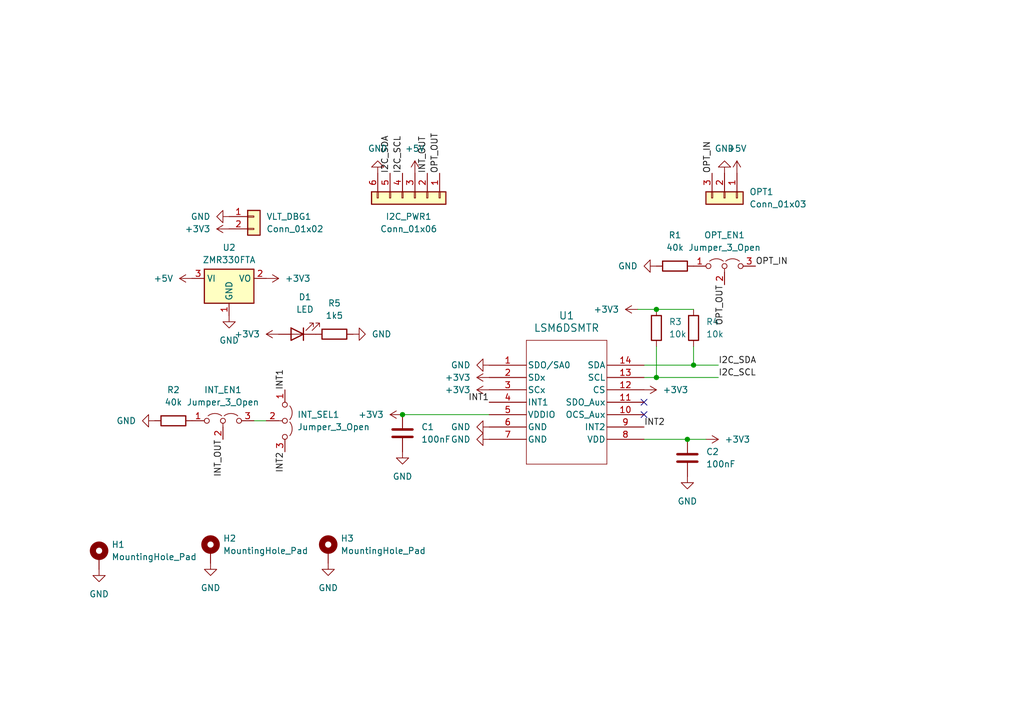
<source format=kicad_sch>
(kicad_sch (version 20230121) (generator eeschema)
  (paper "A5")
  (lib_symbols
    (symbol "Connector_Generic:Conn_01x02" (pin_names (offset 1.016) hide)
      (property "Reference" "J" (at 0 2.54 0))
      (property "Value" "Conn_01x02" (at 0 -5.08 0))
      (symbol "Conn_01x02_1_1"
        (rectangle (start -1.27 -2.413) (end 0 -2.667) (stroke (width 0.1524)))
        (rectangle (start -1.27 0.127) (end 0 -0.127) (stroke (width 0.1524)))
        (rectangle (start -1.27 1.27) (end 1.27 -3.81) (stroke (width 0.254)) (fill (type background)))
        (pin passive line (at -5.08 0 0) (length 3.81) (name "Pin_1") (number "1"))
        (pin passive line (at -5.08 -2.54 0) (length 3.81) (name "Pin_2") (number "2"))
      )
    )
    (symbol "Connector_Generic:Conn_01x03" (pin_names (offset 1.016) hide)
      (property "Reference" "J" (at 0 5.08 0))
      (property "Value" "Conn_01x03" (at 0 -5.08 0))
      (symbol "Conn_01x03_1_1"
        (rectangle (start -1.27 -2.413) (end 0 -2.667) (stroke (width 0.1524)))
        (rectangle (start -1.27 0.127) (end 0 -0.127) (stroke (width 0.1524)))
        (rectangle (start -1.27 2.667) (end 0 2.413) (stroke (width 0.1524)))
        (rectangle (start -1.27 3.81) (end 1.27 -3.81) (stroke (width 0.254)) (fill (type background)))
        (pin passive line (at -5.08 2.54 0) (length 3.81) (name "Pin_1") (number "1"))
        (pin passive line (at -5.08 0 0) (length 3.81) (name "Pin_2") (number "2"))
        (pin passive line (at -5.08 -2.54 0) (length 3.81) (name "Pin_3") (number "3"))
      )
    )
    (symbol "Connector_Generic:Conn_01x06" (pin_names (offset 1.016) hide)
      (property "Reference" "J" (at 0 7.62 0))
      (property "Value" "Conn_01x06" (at 0 -10.16 0))
      (symbol "Conn_01x06_1_1"
        (rectangle (start -1.27 -7.493) (end 0 -7.747) (stroke (width 0.1524)))
        (rectangle (start -1.27 -4.953) (end 0 -5.207) (stroke (width 0.1524)))
        (rectangle (start -1.27 -2.413) (end 0 -2.667) (stroke (width 0.1524)))
        (rectangle (start -1.27 0.127) (end 0 -0.127) (stroke (width 0.1524)))
        (rectangle (start -1.27 2.667) (end 0 2.413) (stroke (width 0.1524)))
        (rectangle (start -1.27 5.207) (end 0 4.953) (stroke (width 0.1524)))
        (rectangle (start -1.27 6.35) (end 1.27 -8.89) (stroke (width 0.254)) (fill (type background)))
        (pin passive line (at -5.08 5.08 0) (length 3.81) (name "Pin_1") (number "1"))
        (pin passive line (at -5.08 2.54 0) (length 3.81) (name "Pin_2") (number "2"))
        (pin passive line (at -5.08 0 0) (length 3.81) (name "Pin_3") (number "3"))
        (pin passive line (at -5.08 -2.54 0) (length 3.81) (name "Pin_4") (number "4"))
        (pin passive line (at -5.08 -5.08 0) (length 3.81) (name "Pin_5") (number "5"))
        (pin passive line (at -5.08 -7.62 0) (length 3.81) (name "Pin_6") (number "6"))
      )
    )
    (symbol "Device:C" (pin_numbers hide) (pin_names (offset 0.254))
      (property "Reference" "C" (at 0.635 2.54 0))
      (property "Value" "C" (at 0.635 -2.54 0))
      (symbol "C_0_1"
        (polyline (pts (xy -2.032 -0.762) (xy 2.032 -0.762)) (stroke (width 0.508)))
        (polyline (pts (xy -2.032 0.762) (xy 2.032 0.762)) (stroke (width 0.508)))
      )
      (symbol "C_1_1"
        (pin passive line (at 0 3.81 270) (length 2.794) (name "~") (number "1"))
        (pin passive line (at 0 -3.81 90) (length 2.794) (name "~") (number "2"))
      )
    )
    (symbol "Device:LED" (pin_numbers hide) (pin_names (offset 1.016) hide)
      (property "Reference" "D" (at 0 2.54 0))
      (property "Value" "LED" (at 0 -2.54 0))
      (symbol "LED_0_1"
        (polyline (pts (xy -1.27 -1.27) (xy -1.27 1.27)) (stroke (width 0.254)))
        (polyline (pts (xy -1.27 0) (xy 1.27 0)))
        (polyline (pts (xy 1.27 -1.27) (xy 1.27 1.27) (xy -1.27 0) (xy 1.27 -1.27)) (stroke (width 0.254)))
        (polyline (pts (xy -3.048 -0.762) (xy -4.572 -2.286) (xy -3.81 -2.286) (xy -4.572 -2.286) (xy -4.572 -1.524)))
        (polyline (pts (xy -1.778 -0.762) (xy -3.302 -2.286) (xy -2.54 -2.286) (xy -3.302 -2.286) (xy -3.302 -1.524)))
      )
      (symbol "LED_1_1"
        (pin passive line (at -3.81 0 0) (length 2.54) (name "K") (number "1"))
        (pin passive line (at 3.81 0 180) (length 2.54) (name "A") (number "2"))
      )
    )
    (symbol "Device:R" (pin_numbers hide) (pin_names (offset 0))
      (property "Reference" "R" (at 2.032 0 90))
      (property "Value" "R" (at 0 0 90))
      (symbol "R_0_1"
        (rectangle (start -1.016 -2.54) (end 1.016 2.54) (stroke (width 0.254)))
      )
      (symbol "R_1_1"
        (pin passive line (at 0 3.81 270) (length 1.27) (name "~") (number "1"))
        (pin passive line (at 0 -3.81 90) (length 1.27) (name "~") (number "2"))
      )
    )
    (symbol "Jumper:Jumper_3_Open" (pin_names (offset 0) hide)
      (property "Reference" "JP" (at -2.54 -2.54 0))
      (property "Value" "Jumper_3_Open" (at 0 2.794 0))
      (symbol "Jumper_3_Open_0_0"
        (circle (center -3.302 0) (radius 0.508))
        (circle (center 0 0) (radius 0.508))
        (circle (center 3.302 0) (radius 0.508))
      )
      (symbol "Jumper_3_Open_0_1"
        (arc (start -0.254 1.016) (mid -1.651 1.4992) (end -3.048 1.016))
        (polyline (pts (xy 0 -0.508) (xy 0 -1.27)))
        (arc (start 3.048 1.016) (mid 1.651 1.4992) (end 0.254 1.016))
      )
      (symbol "Jumper_3_Open_1_1"
        (pin passive line (at -6.35 0 0) (length 2.54) (name "A") (number "1"))
        (pin passive line (at 0 -3.81 90) (length 2.54) (name "C") (number "2"))
        (pin passive line (at 6.35 0 180) (length 2.54) (name "B") (number "3"))
      )
    )
    (symbol "LSM6DSM:LSM6DSMTR" (pin_names (offset 0.254))
      (property "Reference" "U" (at 0 17.78 0))
      (property "Value" "LSM6DSMTR" (at 0 15.24 0))
      (symbol "LSM6DSMTR_0_1"
        (polyline (pts (xy -7.62 -12.7) (xy 8.89 -12.7)) (stroke (width 0.127)))
        (polyline (pts (xy -7.62 12.7) (xy -7.62 -12.7)) (stroke (width 0.127)))
        (polyline (pts (xy 8.89 -12.7) (xy 8.89 12.7)) (stroke (width 0.127)))
        (polyline (pts (xy 8.89 12.7) (xy -7.62 12.7)) (stroke (width 0.127)))
        (pin bidirectional line (at -15.24 7.62 0) (length 7.62) (name "SDO/SA0") (number "1"))
        (pin unspecified line (at 16.51 -2.54 180) (length 7.62) (name "OCS_Aux") (number "10"))
        (pin unspecified line (at 16.51 0 180) (length 7.62) (name "SDO_Aux") (number "11"))
        (pin input line (at 16.51 2.54 180) (length 7.62) (name "CS") (number "12"))
        (pin input line (at 16.51 5.08 180) (length 7.62) (name "SCL") (number "13"))
        (pin bidirectional line (at 16.51 7.62 180) (length 7.62) (name "SDA") (number "14"))
        (pin unspecified line (at -15.24 5.08 0) (length 7.62) (name "SDx") (number "2"))
        (pin unspecified line (at -15.24 2.54 0) (length 7.62) (name "SCx") (number "3"))
        (pin output line (at -15.24 0 0) (length 7.62) (name "INT1") (number "4"))
        (pin power_in line (at -15.24 -2.54 0) (length 7.62) (name "VDDIO") (number "5"))
        (pin power_out line (at -15.24 -5.08 0) (length 7.62) (name "GND") (number "6"))
        (pin power_out line (at -15.24 -7.62 0) (length 7.62) (name "GND") (number "7"))
        (pin power_in line (at 16.51 -7.62 180) (length 7.62) (name "VDD") (number "8"))
        (pin output line (at 16.51 -5.08 180) (length 7.62) (name "INT2") (number "9"))
      )
    )
    (symbol "Mechanical:MountingHole_Pad" (pin_numbers hide) (pin_names (offset 1.016) hide)
      (property "Reference" "H" (at 0 6.35 0))
      (property "Value" "MountingHole_Pad" (at 0 4.445 0))
      (symbol "MountingHole_Pad_0_1"
        (circle (center 0 1.27) (radius 1.27) (stroke (width 1.27)))
      )
      (symbol "MountingHole_Pad_1_1"
        (pin input line (at 0 -2.54 90) (length 2.54) (name "1") (number "1"))
      )
    )
    (symbol "Regulator_Linear:LD1117S12TR_SOT223"
      (property "Reference" "U" (at -3.81 3.175 0))
      (property "Value" "LD1117S12TR_SOT223" (at 0 3.175 0))
      (symbol "LD1117S12TR_SOT223_0_1"
        (rectangle (start -5.08 -5.08) (end 5.08 1.905) (stroke (width 0.254)) (fill (type background)))
      )
      (symbol "LD1117S12TR_SOT223_1_1"
        (pin power_in line (at 0 -7.62 90) (length 2.54) (name "GND") (number "1"))
        (pin power_out line (at 7.62 0 180) (length 2.54) (name "VO") (number "2"))
        (pin power_in line (at -7.62 0 0) (length 2.54) (name "VI") (number "3"))
      )
    )
    (symbol "power:+3V3" (power) (pin_names (offset 0))
      (property "Value" "+3V3" (at 0 3.556 0))
      (symbol "+3V3_0_1"
        (polyline (pts (xy -0.762 1.27) (xy 0 2.54)))
        (polyline (pts (xy 0 0) (xy 0 2.54)))
        (polyline (pts (xy 0 2.54) (xy 0.762 1.27)))
      )
      (symbol "+3V3_1_1"
        (pin power_in line (at 0 0 90) (length 0) hide (name "+3V3") (number "1"))
      )
    )
    (symbol "power:+5V" (power) (pin_names (offset 0))
      (property "Value" "+5V" (at 0 3.556 0))
      (symbol "+5V_0_1"
        (polyline (pts (xy -0.762 1.27) (xy 0 2.54)))
        (polyline (pts (xy 0 0) (xy 0 2.54)))
        (polyline (pts (xy 0 2.54) (xy 0.762 1.27)))
      )
      (symbol "+5V_1_1"
        (pin power_in line (at 0 0 90) (length 0) hide (name "+5V") (number "1"))
      )
    )
    (symbol "power:GND" (power) (pin_names (offset 0))
      (property "Value" "GND" (at 0 -3.81 0))
      (symbol "GND_0_1"
        (polyline (pts (xy 0 0) (xy 0 -1.27) (xy 1.27 -1.27) (xy 0 -2.54) (xy -1.27 -1.27) (xy 0 -1.27)))
      )
      (symbol "GND_1_1"
        (pin power_in line (at 0 0 270) (length 0) hide (name "GND") (number "1"))
      )
    )
  )
  (junction (at 134.62 77.47))
  (junction (at 82.55 85.09))
  (junction (at 140.97 90.17))
  (junction (at 134.62 63.5))
  (junction (at 142.24 74.93))
  (no_connect (at 132.08 82.55))
  (no_connect (at 132.08 85.09))
  (wire (pts (xy 134.62 77.47) (xy 147.32 77.47)))
  (wire (pts (xy 132.08 90.17) (xy 140.97 90.17)))
  (wire (pts (xy 142.24 71.12) (xy 142.24 74.93)))
  (wire (pts (xy 140.97 90.17) (xy 144.78 90.17)))
  (wire (pts (xy 134.62 63.5) (xy 142.24 63.5)))
  (wire (pts (xy 130.81 63.5) (xy 134.62 63.5)))
  (wire (pts (xy 132.08 74.93) (xy 142.24 74.93)))
  (wire (pts (xy 134.62 71.12) (xy 134.62 77.47)))
  (wire (pts (xy 52.07 86.36) (xy 54.61 86.36)))
  (wire (pts (xy 132.08 77.47) (xy 134.62 77.47)))
  (wire (pts (xy 142.24 74.93) (xy 147.32 74.93)))
  (wire (pts (xy 82.55 85.09) (xy 100.33 85.09)))
  (label "OPT_OUT" (at 90.17 35.56 90))
  (label "I2C_SDA" (at 147.32 74.93 0))
  (label "OPT_IN" (at 146.05 35.56 90))
  (label "INT1" (at 58.42 80.01 90))
  (label "I2C_SCL" (at 82.55 35.56 90))
  (label "INT_OUT" (at 87.63 35.56 90))
  (label "OPT_OUT" (at 148.59 58.42 270))
  (label "INT_OUT" (at 45.72 90.17 270))
  (label "I2C_SCL" (at 147.32 77.47 0))
  (label "INT2" (at 58.42 92.71 270))
  (label "INT2" (at 132.08 87.63 0))
  (label "INT1" (at 100.33 82.55 180))
  (label "I2C_SDA" (at 80.01 35.56 90))
  (label "OPT_IN" (at 154.94 54.61 0))
  (symbol (lib_id "power:+5V") (at 151.13 35.56 0) (unit 1)
    (property "Reference" "#PWR03" (effects hide))
    (property "Value" "+5V" (at 151.13 30.48 0))
  )
  (symbol (lib_id "Device:R") (at 35.56 86.36 90) (unit 1)
    (property "Reference" "R2" (at 35.56 80.01 90))
    (property "Value" "40k" (at 35.56 82.55 90))
    (property "Footprint" "Resistor_SMD:R_0805_2012Metric" (effects hide))
  )
  (symbol (lib_id "power:GND") (at 77.47 35.56 180) (unit 1)
    (property "Reference" "#PWR01" (effects hide))
    (property "Value" "GND" (at 77.47 30.48 0))
  )
  (symbol (lib_id "Device:C") (at 82.55 88.9 180) (unit 1)
    (property "Reference" "C1" (at 86.36 87.63 0) (effects (justify right)))
    (property "Value" "100nF" (at 86.36 90.17 0) (effects (justify right)))
    (property "Footprint" "Capacitor_SMD:C_0603_1608Metric" (effects hide))
  )
  (symbol (lib_id "power:GND") (at 82.55 92.71 0) (unit 1)
    (property "Reference" "#PWR015" (effects hide))
    (property "Value" "GND" (at 82.55 97.79 0))
  )
  (symbol (lib_id "power:GND") (at 100.33 87.63 270) (unit 1)
    (property "Reference" "#PWR013" (effects hide))
    (property "Value" "GND" (at 96.52 87.63 90) (effects (justify right)))
  )
  (symbol (lib_id "Connector_Generic:Conn_01x06") (at 85.09 40.64 270) (unit 1)
    (property "Reference" "I2C_PWR1" (at 83.82 44.45 90))
    (property "Value" "Conn_01x06" (at 83.82 46.99 90))
    (property "Footprint" "Connector_PinHeader_2.54mm:PinHeader_1x06_P2.54mm_Vertical" (effects hide))
  )
  (symbol (lib_id "power:+3V3") (at 54.61 57.15 270) (unit 1)
    (property "Reference" "#PWR09" (effects hide))
    (property "Value" "+3V3" (at 58.42 57.15 90) (effects (justify left)))
  )
  (symbol (lib_id "Mechanical:MountingHole_Pad") (at 20.32 114.3 0) (unit 1)
    (property "Reference" "H1" (at 22.86 111.76 0) (effects (justify left)))
    (property "Value" "MountingHole_Pad" (at 22.86 114.3 0) (effects (justify left)))
    (property "Footprint" "MountingHole:MountingHole_3.2mm_M3_DIN965_Pad_TopBottom" (effects hide))
  )
  (symbol (lib_id "Connector_Generic:Conn_01x03") (at 148.59 40.64 270) (unit 1)
    (property "Reference" "OPT1" (at 153.67 39.37 90) (effects (justify left)))
    (property "Value" "Conn_01x03" (at 153.67 41.91 90) (effects (justify left)))
    (property "Footprint" "Connector_PinHeader_2.54mm:PinHeader_1x03_P2.54mm_Vertical" (effects hide))
  )
  (symbol (lib_id "power:GND") (at 148.59 35.56 180) (unit 1)
    (property "Reference" "#PWR04" (effects hide))
    (property "Value" "GND" (at 148.59 30.48 0))
  )
  (symbol (lib_id "LSM6DSM:LSM6DSMTR") (at 115.57 82.55 0) (unit 1)
    (property "Reference" "U1" (at 116.205 64.77 0) (effects (font (size 1.524 1.524))))
    (property "Value" "LSM6DSMTR" (at 116.205 67.31 0) (effects (font (size 1.524 1.524))))
    (property "Footprint" "LGA-14L_2P5X3X0P83_STM" (effects hide))
    (property "Datasheet" "LSM6DSMTR" (effects hide))
  )
  (symbol (lib_id "power:GND") (at 46.99 44.45 270) (unit 1)
    (property "Reference" "#PWR026" (effects hide))
    (property "Value" "GND" (at 43.18 44.45 90) (effects (justify right)))
  )
  (symbol (lib_id "Device:R") (at 134.62 67.31 0) (unit 1)
    (property "Reference" "R3" (at 137.16 66.04 0) (effects (justify left)))
    (property "Value" "10k" (at 137.16 68.58 0) (effects (justify left)))
    (property "Footprint" "Resistor_SMD:R_0805_2012Metric" (effects hide))
  )
  (symbol (lib_id "Device:C") (at 140.97 93.98 180) (unit 1)
    (property "Reference" "C2" (at 144.78 92.71 0) (effects (justify right)))
    (property "Value" "100nF" (at 144.78 95.25 0) (effects (justify right)))
    (property "Footprint" "Capacitor_SMD:C_0603_1608Metric" (effects hide))
  )
  (symbol (lib_id "power:GND") (at 72.39 68.58 90) (unit 1)
    (property "Reference" "#PWR024" (effects hide))
    (property "Value" "GND" (at 76.2 68.58 90) (effects (justify right)))
  )
  (symbol (lib_id "power:+3V3") (at 46.99 46.99 90) (unit 1)
    (property "Reference" "#PWR027" (effects hide))
    (property "Value" "+3V3" (at 43.18 46.99 90) (effects (justify left)))
  )
  (symbol (lib_id "power:+3V3") (at 144.78 90.17 270) (unit 1)
    (property "Reference" "#PWR018" (effects hide))
    (property "Value" "+3V3" (at 148.59 90.17 90) (effects (justify left)))
  )
  (symbol (lib_id "Mechanical:MountingHole_Pad") (at 43.18 113.03 0) (unit 1)
    (property "Reference" "H2" (at 45.72 110.49 0) (effects (justify left)))
    (property "Value" "MountingHole_Pad" (at 45.72 113.03 0) (effects (justify left)))
    (property "Footprint" "MountingHole:MountingHole_3.2mm_M3_DIN965_Pad_TopBottom" (effects hide))
  )
  (symbol (lib_id "power:+3V3") (at 132.08 80.01 270) (unit 1)
    (property "Reference" "#PWR019" (effects hide))
    (property "Value" "+3V3" (at 135.89 80.01 90) (effects (justify left)))
  )
  (symbol (lib_id "power:GND") (at 134.62 54.61 270) (unit 1)
    (property "Reference" "#PWR05" (effects hide))
    (property "Value" "GND" (at 130.81 54.61 90) (effects (justify right)))
  )
  (symbol (lib_id "power:+3V3") (at 100.33 77.47 90) (unit 1)
    (property "Reference" "#PWR011" (effects hide))
    (property "Value" "+3V3" (at 96.52 77.47 90) (effects (justify left)))
  )
  (symbol (lib_id "power:GND") (at 43.18 115.57 0) (unit 1)
    (property "Reference" "#PWR022" (effects hide))
    (property "Value" "GND" (at 43.18 120.65 0))
  )
  (symbol (lib_id "Connector_Generic:Conn_01x02") (at 52.07 44.45 0) (unit 1)
    (property "Reference" "VLT_DBG1" (at 54.61 44.45 0) (effects (justify left)))
    (property "Value" "Conn_01x02" (at 54.61 46.99 0) (effects (justify left)))
    (property "Footprint" "Connector_PinHeader_2.54mm:PinHeader_1x02_P2.54mm_Vertical" (effects hide))
  )
  (symbol (lib_id "power:+5V") (at 85.09 35.56 0) (unit 1)
    (property "Reference" "#PWR02" (effects hide))
    (property "Value" "+5V" (at 85.09 30.48 0))
  )
  (symbol (lib_id "power:GND") (at 140.97 97.79 0) (unit 1)
    (property "Reference" "#PWR016" (effects hide))
    (property "Value" "GND" (at 140.97 102.87 0))
  )
  (symbol (lib_id "Jumper:Jumper_3_Open") (at 58.42 86.36 270) (unit 1)
    (property "Reference" "INT_SEL1" (at 60.96 85.09 90) (effects (justify left)))
    (property "Value" "Jumper_3_Open" (at 60.96 87.63 90) (effects (justify left)))
    (property "Footprint" "Connector_PinHeader_2.54mm:PinHeader_1x03_P2.54mm_Vertical" (effects hide))
  )
  (symbol (lib_id "power:+3V3") (at 100.33 80.01 90) (unit 1)
    (property "Reference" "#PWR012" (effects hide))
    (property "Value" "+3V3" (at 96.52 80.01 90) (effects (justify left)))
  )
  (symbol (lib_id "power:GND") (at 100.33 90.17 270) (unit 1)
    (property "Reference" "#PWR014" (effects hide))
    (property "Value" "GND" (at 96.52 90.17 90) (effects (justify right)))
  )
  (symbol (lib_id "Device:R") (at 68.58 68.58 270) (unit 1)
    (property "Reference" "R5" (at 68.58 62.23 90))
    (property "Value" "1k5" (at 68.58 64.77 90))
    (property "Footprint" "Resistor_SMD:R_0805_2012Metric" (effects hide))
  )
  (symbol (lib_id "Mechanical:MountingHole_Pad") (at 67.31 113.03 0) (unit 1)
    (property "Reference" "H3" (at 69.85 110.49 0) (effects (justify left)))
    (property "Value" "MountingHole_Pad" (at 69.85 113.03 0) (effects (justify left)))
    (property "Footprint" "MountingHole:MountingHole_3.2mm_M3_DIN965_Pad_TopBottom" (effects hide))
  )
  (symbol (lib_id "Device:LED") (at 60.96 68.58 180) (unit 1)
    (property "Reference" "D1" (at 62.5475 60.96 0))
    (property "Value" "LED" (at 62.5475 63.5 0))
    (property "Footprint" "LED_SMD:LED_0603_1608Metric" (effects hide))
  )
  (symbol (lib_id "Device:R") (at 142.24 67.31 0) (unit 1)
    (property "Reference" "R4" (at 144.78 66.04 0) (effects (justify left)))
    (property "Value" "10k" (at 144.78 68.58 0) (effects (justify left)))
    (property "Footprint" "Resistor_SMD:R_0805_2012Metric" (effects hide))
  )
  (symbol (lib_id "Jumper:Jumper_3_Open") (at 148.59 54.61 0) (unit 1)
    (property "Reference" "OPT_EN1" (at 148.59 48.26 0))
    (property "Value" "Jumper_3_Open" (at 148.59 50.8 0))
    (property "Footprint" "Connector_PinHeader_2.54mm:PinHeader_1x03_P2.54mm_Vertical" (effects hide))
  )
  (symbol (lib_id "power:GND") (at 100.33 74.93 270) (unit 1)
    (property "Reference" "#PWR010" (effects hide))
    (property "Value" "GND" (at 96.52 74.93 90) (effects (justify right)))
  )
  (symbol (lib_id "power:+3V3") (at 130.81 63.5 90) (unit 1)
    (property "Reference" "#PWR020" (effects hide))
    (property "Value" "+3V3" (at 127 63.5 90) (effects (justify left)))
  )
  (symbol (lib_id "power:GND") (at 67.31 115.57 0) (unit 1)
    (property "Reference" "#PWR023" (effects hide))
    (property "Value" "GND" (at 67.31 120.65 0))
  )
  (symbol (lib_id "Device:R") (at 138.43 54.61 90) (unit 1)
    (property "Reference" "R1" (at 138.43 48.26 90))
    (property "Value" "40k" (at 138.43 50.8 90))
    (property "Footprint" "Resistor_SMD:R_0805_2012Metric" (effects hide))
  )
  (symbol (lib_id "power:GND") (at 20.32 116.84 0) (unit 1)
    (property "Reference" "#PWR021" (effects hide))
    (property "Value" "GND" (at 20.32 121.92 0))
  )
  (symbol (lib_id "power:GND") (at 46.99 64.77 0) (unit 1)
    (property "Reference" "#PWR08" (effects hide))
    (property "Value" "GND" (at 46.99 69.85 0))
  )
  (symbol (lib_id "power:+3V3") (at 82.55 85.09 90) (unit 1)
    (property "Reference" "#PWR017" (effects hide))
    (property "Value" "+3V3" (at 78.74 85.09 90) (effects (justify left)))
  )
  (symbol (lib_id "power:+3V3") (at 57.15 68.58 90) (unit 1)
    (property "Reference" "#PWR025" (effects hide))
    (property "Value" "+3V3" (at 53.34 68.58 90) (effects (justify left)))
  )
  (symbol (lib_id "power:GND") (at 31.75 86.36 270) (unit 1)
    (property "Reference" "#PWR06" (effects hide))
    (property "Value" "GND" (at 27.94 86.36 90) (effects (justify right)))
  )
  (symbol (lib_id "power:+5V") (at 39.37 57.15 90) (unit 1)
    (property "Reference" "#PWR07" (effects hide))
    (property "Value" "+5V" (at 35.56 57.15 90) (effects (justify left)))
  )
  (symbol (lib_id "Jumper:Jumper_3_Open") (at 45.72 86.36 0) (unit 1)
    (property "Reference" "INT_EN1" (at 45.72 80.01 0))
    (property "Value" "Jumper_3_Open" (at 45.72 82.55 0))
    (property "Footprint" "Connector_PinHeader_2.54mm:PinHeader_1x03_P2.54mm_Vertical" (effects hide))
  )
  (symbol (lib_id "Regulator_Linear:LD1117S12TR_SOT223") (at 46.99 57.15 0) (unit 1)
    (property "Reference" "U2" (at 46.99 50.8 0))
    (property "Value" "ZMR330FTA" (at 46.99 53.34 0))
    (property "Footprint" "Package_TO_SOT_SMD:SOT-23-3" (effects hide))
    (property "Datasheet" "http://www.st.com/st-web-ui/static/active/en/resource/technical/document/datasheet/CD00000544.pdf" (effects hide))
  )
)
</source>
